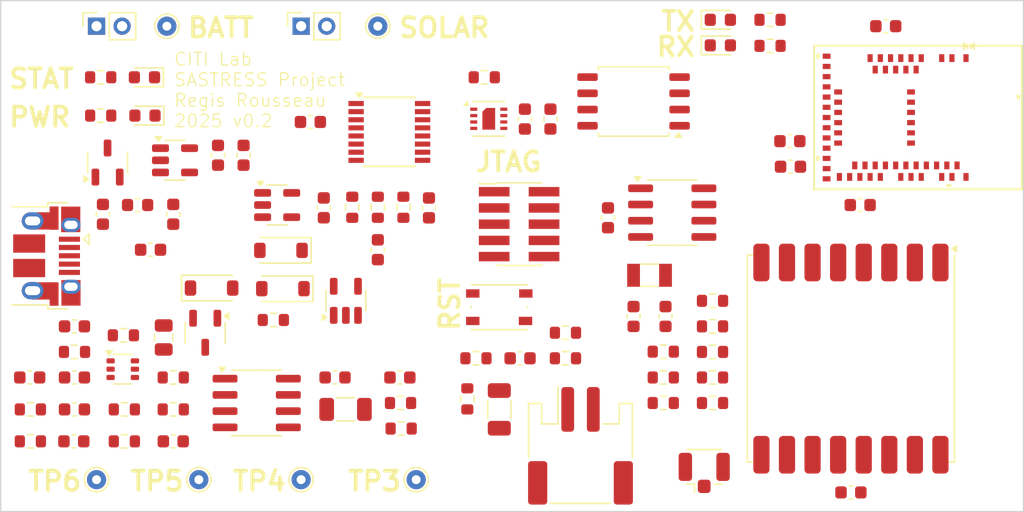
<source format=kicad_pcb>
(kicad_pcb (version 20240108) (generator "pcbnew") (generator_version "8.0")
  (title_block (title "MBDT50Q-LoRa-Board") (date "2025-02-24") (rev "v0.2") (company "CITI Lab") (comment 1 "Sastress Project") (comment 2 "Regis Rousseau"))
  (layers (0 "F.Cu" signal) (31 "B.Cu" signal) (34 "B.Paste" user) (35 "F.Paste" user) (36 "B.SilkS" user "B.Silkscreen") (37 "F.SilkS" user "F.Silkscreen") (38 "B.Mask" user) (39 "F.Mask" user) (44 "Edge.Cuts" user))
  (net 0 "")
  (net 1 "Net-(J1-Shield)")
  (net 2 "GND")
  (net 3 "VDD_IN")
  (net 4 "Net-(J1-VBUS)")
  (net 5 "Net-(C4-Pad1)")
  (net 6 "+3V3")
  (net 7 "/MDBT50Q-1MV2 (nRF52840)/ADC_VBAT")
  (net 8 "+BATT")
  (net 9 "Net-(J4-Pin_1)")
  (net 10 "Net-(J4-Pin_2)")
  (net 11 "Net-(C10-Pad2)")
  (net 12 "Net-(C11-Pad2)")
  (net 13 "Net-(U4A--)")
  (net 14 "Net-(C12-Pad2)")
  (net 15 "Net-(C13-Pad1)")
  (net 16 "Net-(C14-Pad1)")
  (net 17 "Net-(C15-Pad1)")
  (net 18 "Net-(C15-Pad2)")
  (net 19 "Net-(U4B-+)")
  (net 20 "Net-(C17-Pad1)")
  (net 21 "XL2")
  (net 22 "XL1")
  (net 23 "VBUS")
  (net 24 "/MDBT50Q-1MV2 (nRF52840)/USB_N")
  (net 25 "/MDBT50Q-1MV2 (nRF52840)/USB_P")
  (net 26 "NRST")
  (net 29 "Net-(D3-K)")
  (net 30 "Net-(D4-K)")
  (net 31 "VDC")
  (net 32 "Net-(D6-A)")
  (net 33 "Net-(D6-K)")
  (net 34 "Net-(D11-A)")
  (net 35 "Net-(D12-A)")
  (net 37 "Net-(J5-In)")
  (net 39 "SWDIO")
  (net 40 "SWCLK")
  (net 43 "Net-(U3-PROG)")
  (net 44 "Net-(U5-+)")
  (net 45 "Net-(U4B--)")
  (net 46 "/MDBT50Q-1MV2 (nRF52840)/RFM_TX")
  (net 47 "/MDBT50Q-1MV2 (nRF52840)/RFM_RX")
  (net 48 "I2C_SCL")
  (net 49 "I2C_SDA")
  (net 50 "Net-(U9-32KHZ)")
  (net 51 "RTC_INT")
  (net 52 "Net-(U14-USBDP)")
  (net 53 "Net-(U14-USBDM)")
  (net 54 "/Ampliflying and Filtering/ADC_SENS")
  (net 56 "LDO_EN")
  (net 57 "/MDBT50Q-1MV2 (nRF52840)/RFM_IRQ0")
  (net 58 "/MDBT50Q-1MV2 (nRF52840)/RFM_IRQ1")
  (net 59 "/MDBT50Q-1MV2 (nRF52840)/RFM_CLK")
  (net 61 "/MDBT50Q-1MV2 (nRF52840)/RFM_CS")
  (net 62 "/MDBT50Q-1MV2 (nRF52840)/RFM_RST")
  (net 63 "/MDBT50Q-1MV2 (nRF52840)/RFM_MOSI")
  (net 65 "/MDBT50Q-1MV2 (nRF52840)/RFM_MISO")
  (net 67 "/MDBT50Q-1MV2 (nRF52840)/RFM_IRQ2")
  (net 68 "QSPI_CS")
  (net 69 "QSPI_SIO0")
  (net 70 "QSPI_SCLK")
  (net 71 "QSPI_SIO3")
  (net 72 "QPSI_SIO1")
  (net 73 "QSPI_SIO2")
  (net 75 "ALERT_SHT31")
  (net 77 "UART_TX")
  (net 79 "UART_CTS")
  (net 80 "UART_RX")
  (net 82 "UART_RTS")
  (net 89 "/MDBT50Q-1MV2 (nRF52840)/DW_CS")
  (footprint "Connector_PinSocket_2.00mm:PinSocket_1x02_P2.00mm_Vertical" (layer "F.Cu") (at 107.5 62 90)
    (property "Reference" "J2" (hide yes))
    (property "Value" "CONN_BATT" (hide yes))
    (pad "1" thru_hole rect (at 0 0 90) (size 1.35 1.35) (drill 0.8) (layers "*.Cu" "*.Mask") (net 2 "GND"))
    (pad "2" thru_hole oval (at 0 2 90) (size 1.35 1.35) (drill 0.8) (layers "*.Cu" "*.Mask") (net 8 "+BATT"))
  )
  (footprint "Package_TO_SOT_SMD:TSOT-23-5" (layer "F.Cu") (at 113.6375 72.5)
    (property "Reference" "U1" (hide yes))
    (property "Value" "RT9078-33GJ5" (hide yes))
    (pad "1" smd roundrect (at -1.1375 -0.95) (size 1.325 0.6) (layers "F.Cu" "F.Paste" "F.Mask") (net 3 "VDD_IN"))
    (pad "2" smd roundrect (at -1.1375 0) (size 1.325 0.6) (layers "F.Cu" "F.Paste" "F.Mask") (net 2 "GND"))
    (pad "3" smd roundrect (at -1.1375 0.95) (size 1.325 0.6) (layers "F.Cu" "F.Paste" "F.Mask") (net 56 "LDO_EN"))
    (pad "4" smd roundrect (at 1.1375 0.95) (size 1.325 0.6) (layers "F.Cu" "F.Paste" "F.Mask"))
    (pad "5" smd roundrect (at 1.1375 -0.95) (size 1.325 0.6) (layers "F.Cu" "F.Paste" "F.Mask") (net 6 "+3V3"))
  )
  (footprint "Resistor_SMD:R_0603_1608Metric" (layer "F.Cu") (at 144.175 88 180)
    (property "Reference" "R12" (hide yes))
    (property "Value" "7.5k" (hide yes))
    (pad "1" smd roundrect (at -0.825 0 180) (size 0.8 0.95) (layers "F.Cu" "F.Paste" "F.Mask") (net 10 "Net-(J4-Pin_2)"))
    (pad "2" smd roundrect (at 0.825 0 180) (size 0.8 0.95) (layers "F.Cu" "F.Paste" "F.Mask") (net 9 "Net-(J4-Pin_1)"))
  )
  (footprint "Capacitor_SMD:C_0603_1608Metric" (layer "F.Cu") (at 105.725 94.5)
    (property "Reference" "C16" (hide yes))
    (property "Value" "10n" (hide yes))
    (pad "1" smd roundrect (at -0.775 0) (size 0.9 0.95) (layers "F.Cu" "F.Paste" "F.Mask") (net 19 "Net-(U4B-+)"))
    (pad "2" smd roundrect (at 0.775 0) (size 0.9 0.95) (layers "F.Cu" "F.Paste" "F.Mask") (net 2 "GND"))
  )
  (footprint "Resistor_SMD:R_0603_1608Metric" (layer "F.Cu") (at 102.325 92)
    (property "Reference" "R19" (hide yes))
    (property "Value" "68k" (hide yes))
    (pad "1" smd roundrect (at -0.825 0) (size 0.8 0.95) (layers "F.Cu" "F.Paste" "F.Mask") (net 17 "Net-(C15-Pad1)"))
    (pad "2" smd roundrect (at 0.825 0) (size 0.8 0.95) (layers "F.Cu" "F.Paste" "F.Mask") (net 16 "Net-(C14-Pad1)"))
  )
  (footprint "Resistor_SMD:R_0603_1608Metric" (layer "F.Cu") (at 109.6 86.2 180)
    (property "Reference" "R1" (hide yes))
    (property "Value" "100K" (hide yes))
    (pad "1" smd roundrect (at -0.825 0 180) (size 0.8 0.95) (layers "F.Cu" "F.Paste" "F.Mask") (net 23 "VBUS"))
    (pad "2" smd roundrect (at 0.825 0 180) (size 0.8 0.95) (layers "F.Cu" "F.Paste" "F.Mask") (net 2 "GND"))
  )
  (footprint "Resistor_SMD:R_0603_1608Metric" (layer "F.Cu") (at 102.325 94.5)
    (property "Reference" "R23" (hide yes))
    (property "Value" "4.7k" (hide yes))
    (pad "1" smd roundrect (at -0.825 0) (size 0.8 0.95) (layers "F.Cu" "F.Paste" "F.Mask") (net 45 "Net-(U4B--)"))
    (pad "2" smd roundrect (at 0.825 0) (size 0.8 0.95) (layers "F.Cu" "F.Paste" "F.Mask") (net 20 "Net-(C17-Pad1)"))
  )
  (footprint "TestPoint:TestPoint_THTPad_D1.5mm_Drill0.7mm" (layer "F.Cu") (at 115.5 97.5 -90)
    (property "Reference" "TP5" (hide yes))
    (property "Value" "TestPoint" (hide yes))
    (pad "1" thru_hole circle (at 0 0 270) (size 1.5 1.5) (drill 0.7) (layers "*.Cu" "*.Mask") (net 16 "Net-(C14-Pad1)"))
  )
  (footprint "Capacitor_SMD:C_0603_1608Metric" (layer "F.Cu") (at 126.155 89.5)
    (property "Reference" "C15" (hide yes))
    (property "Value" "10n" (hide yes))
    (pad "1" smd roundrect (at -0.775 0) (size 0.9 0.95) (layers "F.Cu" "F.Paste" "F.Mask") (net 17 "Net-(C15-Pad1)"))
    (pad "2" smd roundrect (at 0.775 0) (size 0.9 0.95) (layers "F.Cu" "F.Paste" "F.Mask") (net 18 "Net-(C15-Pad2)"))
  )
  (footprint "Capacitor_SMD:C_0603_1608Metric" (layer "F.Cu") (at 119 72.105 -90)
    (property "Reference" "C6" (hide yes))
    (property "Value" "100nF" (hide yes))
    (pad "1" smd roundrect (at -0.775 0 270) (size 0.9 0.95) (layers "F.Cu" "F.Paste" "F.Mask") (net 6 "+3V3"))
    (pad "2" smd roundrect (at 0.775 0 270) (size 0.9 0.95) (layers "F.Cu" "F.Paste" "F.Mask") (net 2 "GND"))
  )
  (footprint "Capacitor_SMD:C_0603_1608Metric" (layer "F.Cu") (at 149.5 84.725 -90)
    (property "Reference" "C21" (hide yes))
    (property "Value" "12pF" (hide yes))
    (pad "1" smd roundrect (at -0.775 0 270) (size 0.9 0.95) (layers "F.Cu" "F.Paste" "F.Mask") (net 22 "XL1"))
    (pad "2" smd roundrect (at 0.775 0 270) (size 0.9 0.95) (layers "F.Cu" "F.Paste" "F.Mask") (net 2 "GND"))
  )
  (footprint "Capacitor_SMD:C_0603_1608Metric" (layer "F.Cu") (at 147.5 77 -90)
    (property "Reference" "C35" (hide yes))
    (property "Value" "100nF" (hide yes))
    (pad "1" smd roundrect (at -0.775 0 270) (size 0.9 0.95) (layers "F.Cu" "F.Paste" "F.Mask") (net 6 "+3V3"))
    (pad "2" smd roundrect (at 0.775 0 270) (size 0.9 0.95) (layers "F.Cu" "F.Paste" "F.Mask") (net 2 "GND"))
  )
  (footprint "Capacitor_SMD:C_0603_1608Metric" (layer "F.Cu") (at 166.5 98.5 180)
    (property "Reference" "C19" (hide yes))
    (property "Value" "100nF" (hide yes))
    (pad "1" smd roundrect (at -0.775 0 180) (size 0.9 0.95) (layers "F.Cu" "F.Paste" "F.Mask") (net 6 "+3V3"))
    (pad "2" smd roundrect (at 0.775 0 180) (size 0.9 0.95) (layers "F.Cu" "F.Paste" "F.Mask") (net 2 "GND"))
  )
  (footprint "Resistor_SMD:R_0603_1608Metric" (layer "F.Cu") (at 144.175 86 180)
    (property "Reference" "R11" (hide yes))
    (property "Value" "220k" (hide yes))
    (pad "1" smd roundrect (at -0.825 0 180) (size 0.8 0.95) (layers "F.Cu" "F.Paste" "F.Mask") (net 6 "+3V3"))
    (pad "2" smd roundrect (at 0.825 0 180) (size 0.8 0.95) (layers "F.Cu" "F.Paste" "F.Mask") (net 9 "Net-(J4-Pin_1)"))
  )
  (footprint "Resistor_SMD:R_0603_1608Metric" (layer "F.Cu") (at 155.675 83.5)
    (property "Reference" "R5" (hide yes))
    (property "Value" "3M6" (hide yes))
    (pad "1" smd roundrect (at -0.825 0) (size 0.8 0.95) (layers "F.Cu" "F.Paste" "F.Mask") (net 7 "/MDBT50Q-1MV2 (nRF52840)/ADC_VBAT"))
    (pad "2" smd roundrect (at 0.825 0) (size 0.8 0.95) (layers "F.Cu" "F.Paste" "F.Mask") (net 2 "GND"))
  )
  (footprint "Capacitor_SMD:C_0603_1608Metric" (layer "F.Cu") (at 113.5 76.725 -90)
    (property "Reference" "C4" (hide yes))
    (property "Value" "100nF" (hide yes))
    (pad "1" smd roundrect (at -0.775 0 270) (size 0.9 0.95) (layers "F.Cu" "F.Paste" "F.Mask") (net 5 "Net-(C4-Pad1)"))
    (pad "2" smd roundrect (at 0.775 0 270) (size 0.9 0.95) (layers "F.Cu" "F.Paste" "F.Mask") (net 2 "GND"))
  )
  (footprint "Resistor_SMD:R_0603_1608Metric" (layer "F.Cu") (at 137.175 88)
    (property "Reference" "R14" (hide yes))
    (property "Value" "10k" (hide yes))
    (pad "1" smd roundrect (at -0.825 0) (size 0.8 0.95) (layers "F.Cu" "F.Paste" "F.Mask") (net 11 "Net-(C10-Pad2)"))
    (pad "2" smd roundrect (at 0.825 0) (size 0.8 0.95) (layers "F.Cu" "F.Paste" "F.Mask") (net 13 "Net-(U4A--)"))
  )
  (footprint "Fuse:Fuse_0805_2012Metric" (layer "F.Cu") (at 112.755 86.37 -90)
    (property "Reference" "F1" (hide yes))
    (property "Value" "750mA" (hide yes))
    (pad "1" smd roundrect (at -0.9375 0 270) (size 0.975 1.4) (layers "F.Cu" "F.Paste" "F.Mask") (net 5 "Net-(C4-Pad1)"))
    (pad "2" smd roundrect (at 0.9375 0 270) (size 0.975 1.4) (layers "F.Cu" "F.Paste" "F.Mask") (net 23 "VBUS"))
  )
  (footprint "Button_Switch_SMD:SW_Push_1P1T_NO_Vertical_Wuerth_434133025816" (layer "F.Cu") (at 139 84)
    (property "Reference" "SW1" (hide yes))
    (property "Value" "RESET" (hide yes))
    (pad "1" smd rect (at -2.075 -1.075) (size 1.05 0.65) (layers "F.Cu" "F.Paste" "F.Mask") (net 2 "GND"))
    (pad "1" smd rect (at 2.075 -1.075) (size 1.05 0.65) (layers "F.Cu" "F.Paste" "F.Mask") (net 2 "GND"))
    (pad "2" smd rect (at -2.075 1.075) (size 1.05 0.65) (layers "F.Cu" "F.Paste" "F.Mask") (net 26 "NRST"))
    (pad "2" smd rect (at 2.05 1.075) (size 1.05 0.65) (layers "F.Cu" "F.Paste" "F.Mask") (net 26 "NRST"))
  )
  (footprint "Capacitor_SMD:C_0603_1608Metric" (layer "F.Cu") (at 105.775 92)
    (property "Reference" "C17" (hide yes))
    (property "Value" "2.2u" (hide yes))
    (pad "1" smd roundrect (at -0.775 0) (size 0.9 0.95) (layers "F.Cu" "F.Paste" "F.Mask") (net 20 "Net-(C17-Pad1)"))
    (pad "2" smd roundrect (at 0.775 0) (size 0.9 0.95) (layers "F.Cu" "F.Paste" "F.Mask") (net 2 "GND"))
  )
  (footprint "Diode_SMD:D_SOD-123" (layer "F.Cu") (at 122.075 82.55 180)
    (property "Reference" "D4" (hide yes))
    (property "Value" "B5819W" (hide yes))
    (pad "1" smd roundrect (at -1.65 0 180) (size 0.9 1.2) (layers "F.Cu" "F.Paste" "F.Mask") (net 30 "Net-(D4-K)"))
    (pad "2" smd roundrect (at 1.65 0 180) (size 0.9 1.2) (layers "F.Cu" "F.Paste" "F.Mask") (net 23 "VBUS"))
  )
  (footprint "Resistor_SMD:R_0603_1608Metric" (layer "F.Cu") (at 155.675 91.5)
    (property "Reference" "R32" (hide yes))
    (property "Value" "2.5k" (hide yes))
    (pad "1" smd roundrect (at -0.825 0) (size 0.8 0.95) (layers "F.Cu" "F.Paste" "F.Mask") (net 48 "I2C_SCL"))
    (pad "2" smd roundrect (at 0.825 0) (size 0.8 0.95) (layers "F.Cu" "F.Paste" "F.Mask") (net 6 "+3V3"))
  )
  (footprint "Package_TO_SOT_SMD:SOT-23-5" (layer "F.Cu") (at 127 83.5 90)
    (property "Reference" "U5" (hide yes))
    (property "Value" "LMV321" (hide yes))
    (pad "1" smd roundrect (at -1.1375 -0.95 90) (size 1.325 0.6) (layers "F.Cu" "F.Paste" "F.Mask") (net 44 "Net-(U5-+)"))
    (pad "2" smd roundrect (at -1.1375 0 90) (size 1.325 0.6) (layers "F.Cu" "F.Paste" "F.Mask") (net 2 "GND"))
    (pad "3" smd roundrect (at -1.1375 0.95 90) (size 1.325 0.6) (layers "F.Cu" "F.Paste" "F.Mask") (net 54 "/Ampliflying and Filtering/ADC_SENS"))
    (pad "4" smd roundrect (at 1.1375 0.95 90) (size 1.325 0.6) (layers "F.Cu" "F.Paste" "F.Mask") (net 54 "/Ampliflying and Filtering/ADC_SENS"))
    (pad "5" smd roundrect (at 1.1375 -0.95 90) (size 1.325 0.6) (layers "F.Cu" "F.Paste" "F.Mask") (net 6 "+3V3"))
  )
  (footprint "Resistor_SMD:R_0603_1608Metric" (layer "F.Cu") (at 109.675 92)
    (property "Reference" "R22" (hide yes))
    (property "Value" "4.7k" (hide yes))
    (pad "1" smd roundrect (at -0.825 0) (size 0.8 0.95) (layers "F.Cu" "F.Paste" "F.Mask") (net 18 "Net-(C15-Pad2)"))
    (pad "2" smd roundrect (at 0.825 0) (size 0.8 0.95) (layers "F.Cu" "F.Paste" "F.Mask") (net 45 "Net-(U4B--)"))
  )
  (footprint "Resistor_SMD:R_0603_1608Metric" (layer "F.Cu") (at 136.5 91.175 -90)
    (property "Reference" "R13" (hide yes))
    (property "Value" "220k" (hide yes))
    (pad "1" smd roundrect (at -0.825 0 270) (size 0.8 0.95) (layers "F.Cu" "F.Paste" "F.Mask") (net 9 "Net-(J4-Pin_1)"))
    (pad "2" smd roundrect (at 0.825 0 270) (size 0.8 0.95) (layers "F.Cu" "F.Paste" "F.Mask") (net 2 "GND"))
  )
  (footprint "Capacitor_SMD:C_0603_1608Metric" (layer "F.Cu") (at 141 69.27 90)
    (property "Reference" "C34" (hide yes))
    (property "Value" "100nF" (hide yes))
    (pad "1" smd roundrect (at -0.775 0 90) (size 0.9 0.95) (layers "F.Cu" "F.Paste" "F.Mask") (net 6 "+3V3"))
    (pad "2" smd roundrect (at 0.775 0 90) (size 0.9 0.95) (layers "F.Cu" "F.Paste" "F.Mask") (net 2 "GND"))
  )
  (footprint "Connector_JST:JST_PH_S2B-PH-SM4-TB_1x02-1MP_P2.00mm_Horizontal" (layer "F.Cu") (at 145.35 94.85)
    (property "Reference" "J4" (hide yes))
    (property "Value" "Conn_01x02" (hide yes))
    (pad "1" smd roundrect (at -1 -2.85) (size 1 3.5) (layers "F.Cu" "F.Paste" "F.Mask") (net 9 "Net-(J4-Pin_1)"))
    (pad "2" smd roundrect (at 1 -2.85) (size 1 3.5) (layers "F.Cu" "F.Paste" "F.Mask") (net 10 "Net-(J4-Pin_2)"))
    (pad "MP" smd roundrect (at -3.35 2.9) (size 1.5 3.4) (layers "F.Cu" "F.Paste" "F.Mask") (roundrect_rratio 0.166667))
    (pad "MP" smd roundrect (at 3.35 2.9) (size 1.5 3.4) (layers "F.Cu" "F.Paste" "F.Mask") (roundrect_rratio 0.166667))
  )
  (footprint "Connector_PinSocket_2.00mm:PinSocket_1x02_P2.00mm_Vertical" (layer "F.Cu") (at 123.5 62 90)
    (property "Reference" "J3" (hide yes))
    (property "Value" "CONN_SP" (hide yes))
    (pad "1" thru_hole rect (at 0 0 90) (size 1.35 1.35) (drill 0.8) (layers "*.Cu" "*.Mask") (net 2 "GND"))
    (pad "2" thru_hole oval (at 0 2 90) (size 1.35 1.35) (drill 0.8) (layers "*.Cu" "*.Mask") (net 31 "VDC"))
  )
  (footprint "Resistor_SMD:R_0603_1608Metric" (layer "F.Cu") (at 129.5 76.175 90)
    (property "Reference" "R40" (hide yes))
    (property "Value" "27" (hide yes))
    (pad "1" smd roundrect (at -0.825 0 90) (size 0.8 0.95) (layers "F.Cu" "F.Paste" "F.Mask") (net 25 "/MDBT50Q-1MV2 (nRF52840)/USB_P"))
    (pad "2" smd roundrect (at 0.825 0 90) (size 0.8 0.95) (layers "F.Cu" "F.Paste" "F.Mask") (net 52 "Net-(U14-USBDP)"))
  )
  (footprint "TestPoint:TestPoint_THTPad_D1.5mm_Drill0.7mm" (layer "F.Cu") (at 123.5 97.5 -90)
    (property "Reference" "TP4" (hide yes))
    (property "Value" "TestPoint" (hide yes))
    (pad "1" thru_hole circle (at 0 0 270) (size 1.5 1.5) (drill 0.7) (layers "*.Cu" "*.Mask") (net 14 "Net-(C12-Pad2)"))
  )
  (footprint "Capacitor_SMD:C_0603_1608Metric" (layer "F.Cu") (at 125.275 76.22 90)
    (property "Reference" "C8" (hide yes))
    (property "Value" "4.7uF" (hide yes))
    (pad "1" smd roundrect (at -0.775 0 90) (size 0.9 0.95) (layers "F.Cu" "F.Paste" "F.Mask") (net 8 "+BATT"))
    (pad "2" smd roundrect (at 0.775 0 90) (size 0.9 0.95) (layers "F.Cu" "F.Paste" "F.Mask") (net 2 "GND"))
  )
  (footprint "Resistor_SMD:R_0603_1608Metric" (layer "F.Cu") (at 127.5 76.175 -90)
    (property "Reference" "R6" (hide yes))
    (property "Value" "5K1" (hide yes))
    (pad "1" smd roundrect (at -0.825 0 270) (size 0.8 0.95) (layers "F.Cu" "F.Paste" "F.Mask") (net 43 "Net-(U3-PROG)"))
    (pad "2" smd roundrect (at 0.825 0 270) (size 0.8 0.95) (layers "F.Cu" "F.Paste" "F.Mask") (net 2 "GND"))
  )
  (footprint "Resistor_SMD:R_0603_1608Metric" (layer "F.Cu") (at 151.825 87.48)
    (property "Reference" "R35" (hide yes))
    (property "Value" "10k" (hide yes))
    (pad "1" smd roundrect (at -0.825 0) (size 0.8 0.95) (layers "F.Cu" "F.Paste" "F.Mask") (net 6 "+3V3"))
    (pad "2" smd roundrect (at 0.825 0) (size 0.8 0.95) (layers "F.Cu" "F.Paste" "F.Mask") (net 49 "I2C_SDA"))
  )
  (footprint "Connector_Coaxial:U.FL_Hirose_U.FL-R-SMT-1_Vertical" (layer "F.Cu") (at 155.025 96.975 90)
    (property "Reference" "J5" (hide yes))
    (property "Value" "Conn_Coaxial" (hide yes))
    (pad "1" smd roundrect (at -1.05 0 90) (size 1.05 1) (layers "F.Cu" "F.Paste" "F.Mask") (net 37 "Net-(J5-In)"))
    (pad "2" smd roundrect (at 0.475 -1.475 90) (size 2.2 1.05) (layers "F.Cu" "F.Paste" "F.Mask") (roundrect_rratio 0.2380952381) (net 2 "GND"))
    (pad "2" smd roundrect (at 0.475 1.475 90) (size 2.2 1.05) (layers "F.Cu" "F.Paste" "F.Mask") (roundrect_rratio 0.2380952381) (net 2 "GND"))
  )
  (footprint "Capacitor_SMD:C_0603_1608Metric" (layer "F.Cu") (at 117 72.105 -90)
    (property "Reference" "C5" (hide yes))
    (property "Value" "4.7uF" (hide yes))
    (pad "1" smd roundrect (at -0.775 0 270) (size 0.9 0.95) (layers "F.Cu" "F.Paste" "F.Mask") (net 6 "+3V3"))
    (pad "2" smd roundrect (at 0.775 0 270) (size 0.9 0.95) (layers "F.Cu" "F.Paste" "F.Mask") (net 2 "GND"))
  )
  (footprint "Capacitor_SMD:C_0603_1608Metric" (layer "F.Cu") (at 167.225 76 180)
    (property "Reference" "C32" (hide yes))
    (property "Value" "100nF" (hide yes))
    (pad "1" smd roundrect (at -0.775 0 180) (size 0.9 0.95) (layers "F.Cu" "F.Paste" "F.Mask") (net 26 "NRST"))
    (pad "2" smd roundrect (at 0.775 0 180) (size 0.9 0.95) (layers "F.Cu" "F.Paste" "F.Mask") (net 2 "GND"))
  )
  (footprint "Resistor_SMD:R_0603_1608Metric" (layer "F.Cu") (at 107.825 69 180)
    (property "Reference" "R3" (hide yes))
    (property "Value" "1K5" (hide yes))
    (pad "1" smd roundrect (at -0.825 0 180) (size 0.8 0.95) (layers "F.Cu" "F.Paste" "F.Mask") (net 29 "Net-(D3-K)"))
    (pad "2" smd roundrect (at 0.825 0 180) (size 0.8 0.95) (layers "F.Cu" "F.Paste" "F.Mask") (net 2 "GND"))
  )
  (footprint "Resistor_SMD:R_0603_1608Metric" (layer "F.Cu") (at 131.325 93.5)
    (property "Reference" "R16" (hide yes))
    (property "Value" "220k" (hide yes))
    (pad "1" smd roundrect (at -0.825 0) (size 0.8 0.95) (layers "F.Cu" "F.Paste" "F.Mask") (net 15 "Net-(C13-Pad1)"))
    (pad "2" smd roundrect (at 0.825 0) (size 0.8 0.95) (layers "F.Cu" "F.Paste" "F.Mask") (net 9 "Net-(J4-Pin_1)"))
  )
  (footprint "Package_SO:SOIC-8_3.9x4.9mm_P1.27mm" (layer "F.Cu") (at 120.025 91.5)
    (property "Reference" "U4" (hide yes))
    (property "Value" "LMV358" (hide yes))
    (pad "1" smd roundrect (at -2.475 -1.905) (size 1.95 0.6) (layers "F.Cu" "F.Paste" "F.Mask") (net 12 "Net-(C11-Pad2)"))
    (pad "2" smd roundrect (at -2.475 -0.635) (size 1.95 0.6) (layers "F.Cu" "F.Paste" "F.Mask") (net 13 "Net-(U4A--)"))
    (pad "3" smd roundrect (at -2.475 0.635) (size 1.95 0.6) (layers "F.Cu" "F.Paste" "F.Mask") (net 9 "Net-(J4-Pin_1)"))
    (pad "4" smd roundrect (at -2.475 1.905) (size 1.95 0.6) (layers "F.Cu" "F.Paste" "F.Mask") (net 2 "GND"))
    (pad "5" smd roundrect (at 2.475 1.905) (size 1.95 0.6) (layers "F.Cu" "F.Paste" "F.Mask") (net 19 "Net-(U4B-+)"))
    (pad "6" smd roundrect (at 2.475 0.635) (size 1.95 0.6) (layers "F.Cu" "F.Paste" "F.Mask") (net 45 "Net-(U4B--)"))
    (pad "7" smd roundrect (at 2.475 -0.635) (size 1.95 0.6) (layers "F.Cu" "F.Paste" "F.Mask") (net 44 "Net-(U5-+)"))
    (pad "8" smd roundrect (at 2.475 -1.905) (size 1.95 0.6) (layers "F.Cu" "F.Paste" "F.Mask") (net 6 "+3V3"))
  )
  (footprint "Resistor_SMD:R_0603_1608Metric" (layer "F.Cu") (at 121.325 85)
    (property "Reference" "R21" (hide yes))
    (property "Value" "100k" (hide yes))
    (pad "1" smd roundrect (at -0.825 0) (size 0.8 0.95) (layers "F.Cu" "F.Paste" "F.Mask") (net 44 "Net-(U5-+)"))
    (pad "2" smd roundrect (at 0.825 0) (size 0.8 0.95) (layers "F.Cu" "F.Paste" "F.Mask") (net 18 "Net-(C15-Pad2)"))
  )
  (footprint "Diode_SMD:D_SOD-123" (layer "F.Cu") (at 116.5 82.5)
    (property "Reference" "D1" (hide yes))
    (property "Value" "B5819W" (hide yes))
    (pad "1" smd roundrect (at -1.65 0) (size 0.9 1.2) (layers "F.Cu" "F.Paste" "F.Mask") (net 3 "VDD_IN"))
    (pad "2" smd roundrect (at 1.65 0) (size 0.9 1.2) (layers "F.Cu" "F.Paste" "F.Mask") (net 23 "VBUS"))
  )
  (footprint "Resistor_SMD:R_0603_1608Metric" (layer "F.Cu") (at 155.675 85.5)
    (property "Reference" "R4" (hide yes))
    (property "Value" "1M" (hide yes))
    (pad "1" smd roundrect (at -0.825 0) (size 0.8 0.95) (layers "F.Cu" "F.Paste" "F.Mask") (net 8 "+BATT"))
    (pad "2" smd roundrect (at 0.825 0) (size 0.8 0.95) (layers "F.Cu" "F.Paste" "F.Mask") (net 7 "/MDBT50Q-1MV2 (nRF52840)/ADC_VBAT"))
  )
  (footprint "Capacitor_SMD:C_1206_3216Metric" (layer "F.Cu") (at 139 92 -90)
    (property "Reference" "C9" (hide yes))
    (property "Value" "100u" (hide yes))
    (pad "1" smd roundrect (at -1.475 0 270) (size 1.15 1.8) (layers "F.Cu" "F.Paste" "F.Mask") (roundrect_rratio 0.217391) (net 9 "Net-(J4-Pin_1)"))
    (pad "2" smd roundrect (at 1.475 0 270) (size 1.15 1.8) (layers "F.Cu" "F.Paste" "F.Mask") (roundrect_rratio 0.217391) (net 2 "GND"))
  )
  (footprint "Capacitor_SMD:C_0603_1608Metric" (layer "F.Cu") (at 161.725 71 180)
    (property "Reference" "C27" (hide yes))
    (property "Value" "10uF" (hide yes))
    (pad "1" smd roundrect (at -0.775 0 180) (size 0.9 0.95) (layers "F.Cu" "F.Paste" "F.Mask") (net 6 "+3V3"))
    (pad "2" smd roundrect (at 0.775 0 180) (size 0.9 0.95) (layers "F.Cu" "F.Paste" "F.Mask") (net 2 "GND"))
  )
  (footprint "Capacitor_SMD:C_0603_1608Metric" (layer "F.Cu") (at 140.625 88 180)
    (property "Reference" "C10" (hide yes))
    (property "Value" "2.2u" (hide yes))
    (pad "1" smd roundrect (at -0.775 0 180) (size 0.9 0.95) (layers "F.Cu" "F.Paste" "F.Mask") (net 10 "Net-(J4-Pin_2)"))
    (pad "2" smd roundrect (at 0.775 0 180) (size 0.9 0.95) (layers "F.Cu" "F.Paste" "F.Mask") (net 11 "Net-(C10-Pad2)"))
  )
  (footprint "Capacitor_SMD:C_1206_3216Metric" (layer "F.Cu") (at 126.975 92 180)
    (property "Reference" "C12" (hide yes))
    (property "Value" "47u" (hide yes))
    (pad "1" smd roundrect (at -1.475 0 180) (size 1.15 1.8) (layers "F.Cu" "F.Paste" "F.Mask") (roundrect_rratio 0.217391) (net 12 "Net-(C11-Pad2)"))
    (pad "2" smd roundrect (at 1.475 0 180) (size 1.15 1.8) (layers "F.Cu" "F.Paste" "F.Mask") (roundrect_rratio 0.217391) (net 14 "Net-(C12-Pad2)"))
  )
  (footprint "Resistor_SMD:R_0603_1608Metric" (layer "F.Cu") (at 160.175 63.54)
    (property "Reference" "R29" (hide yes))
    (property "Value" "1K5" (hide yes))
    (pad "1" smd roundrect (at -0.825 0) (size 0.8 0.95) (layers "F.Cu" "F.Paste" "F.Mask") (net 47 "/MDBT50Q-1MV2 (nRF52840)/RFM_RX"))
    (pad "2" smd roundrect (at 0.825 0) (size 0.8 0.95) (layers "F.Cu" "F.Paste" "F.Mask") (net 35 "Net-(D12-A)"))
  )
  (footprint "Package_SO:SSOP-16_3.9x4.9mm_P0.635mm" (layer "F.Cu") (at 130.4 70.2775)
    (property "Reference" "U14" (hide yes))
    (property "Value" "FT230XS" (hide yes))
    (pad "1" smd rect (at -2.6 -2.2225) (size 1.2 0.4) (layers "F.Cu" "F.Paste" "F.Mask") (net 77 "UART_TX"))
    (pad "2" smd rect (at -2.6 -1.5875) (size 1.2 0.4) (layers "F.Cu" "F.Paste" "F.Mask") (net 79 "UART_CTS"))
    (pad "3" smd rect (at -2.6 -0.9525) (size 1.2 0.4) (layers "F.Cu" "F.Paste" "F.Mask") (net 6 "+3V3"))
    (pad "4" smd rect (at -2.6 -0.3175) (size 1.2 0.4) (layers "F.Cu" "F.Paste" "F.Mask") (net 80 "UART_RX"))
    (pad "5" smd rect (at -2.6 0.3175) (size 1.2 0.4) (layers "F.Cu" "F.Paste" "F.Mask") (net 2 "GND"))
    (pad "6" smd rect (at -2.6 0.9525) (size 1.2 0.4) (layers "F.Cu" "F.Paste" "F.Mask") (net 82 "UART_RTS"))
    (pad "7" smd rect (at -2.6 1.5875) (size 1.2 0.4) (layers "F.Cu" "F.Paste" "F.Mask"))
    (pad "8" smd rect (at -2.6 2.2225) (size 1.2 0.4) (layers "F.Cu" "F.Paste" "F.Mask") (net 52 "Net-(U14-USBDP)"))
    (pad "9" smd rect (at 2.6 2.2225) (size 1.2 0.4) (layers "F.Cu" "F.Paste" "F.Mask") (net 53 "Net-(U14-USBDM)"))
    (pad "10" smd rect (at 2.6 1.5875) (size 1.2 0.4) (layers "F.Cu" "F.Paste" "F.Mask") (net 6 "+3V3"))
    (pad "11" smd rect (at 2.6 0.9525) (size 1.2 0.4) (layers "F.Cu" "F.Paste" "F.Mask") (net 6 "+3V3"))
    (pad "12" smd rect (at 2.6 0.3175) (size 1.2 0.4) (layers "F.Cu" "F.Paste" "F.Mask") (net 6 "+3V3"))
    (pad "13" smd rect (at 2.6 -0.3175) (size 1.2 0.4) (layers "F.Cu" "F.Paste" "F.Mask") (net 2 "GND"))
    (pad "14" smd rect (at 2.6 -0.9525) (size 1.2 0.4) (layers "F.Cu" "F.Paste" "F.Mask"))
    (pad "15" smd rect (at 2.6 -1.5875) (size 1.2 0.4) (layers "F.Cu" "F.Paste" "F.Mask"))
    (pad "16" smd rect (at 2.6 -2.2225) (size 1.2 0.4) (layers "F.Cu" "F.Paste" "F.Mask"))
  )
  (footprint "Resistor_SMD:R_0603_1608Metric" (layer "F.Cu") (at 113.5 92)
    (property "Reference" "R18" (hide yes))
    (property "Value" "6.8k" (hide yes))
    (pad "1" smd roundrect (at -0.825 0) (size 0.8 0.95) (layers "F.Cu" "F.Paste" "F.Mask") (net 16 "Net-(C14-Pad1)"))
    (pad "2" smd roundrect (at 0.825 0) (size 0.8 0.95) (layers "F.Cu" "F.Paste" "F.Mask") (net 14 "Net-(C12-Pad2)"))
  )
  (footprint "Capacitor_SMD:C_0603_1608Metric" (layer "F.Cu") (at 108 76.725 -90)
    (property "Reference" "C3" (hide yes))
    (property "Value" "10nF" (hide yes))
    (pad "1" smd roundrect (at -0.775 0 270) (size 0.9 0.95) (layers "F.Cu" "F.Paste" "F.Mask") (net 4 "Net-(J1-VBUS)"))
    (pad "2" smd roundrect (at 0.775 0 270) (size 0.9 0.95) (layers "F.Cu" "F.Paste" "F.Mask") (net 2 "GND"))
  )
  (footprint "Resistor_SMD:R_0603_1608Metric" (layer "F.Cu") (at 155.675 89.5)
    (property "Reference" "R31" (hide yes))
    (property "Value" "10k" (hide yes))
    (pad "1" smd roundrect (at -0.825 0) (size 0.8 0.95) (layers "F.Cu" "F.Paste" "F.Mask") (net 26 "NRST"))
    (pad "2" smd roundrect (at 0.825 0) (size 0.8 0.95) (layers "F.Cu" "F.Paste" "F.Mask") (net 6 "+3V3"))
  )
  (footprint "TestPoint:TestPoint_THTPad_D1.5mm_Drill0.7mm" (layer "F.Cu") (at 113 62)
    (property "Reference" "TP1" (hide yes))
    (property "Value" "TestPoint" (hide yes))
    (pad "1" thru_hole circle (at 0 0) (size 1.5 1.5) (drill 0.7) (layers "*.Cu" "*.Mask") (net 8 "+BATT"))
  )
  (footprint "Resistor_SMD:R_0603_1608Metric" (layer "F.Cu") (at 109.675 94.5)
    (property "Reference" "R15" (hide yes))
    (property "Value" "470k" (hide yes))
    (pad "1" smd roundrect (at -0.825 0) (size 0.8 0.95) (layers "F.Cu" "F.Paste" "F.Mask") (net 13 "Net-(U4A--)"))
    (pad "2" smd roundrect (at 0.825 0) (size 0.8 0.95) (layers "F.Cu" "F.Paste" "F.Mask") (net 12 "Net-(C11-Pad2)"))
  )
  (footprint "Resistor_SMD:R_0603_1608Metric" (layer "F.Cu") (at 137.825 66)
    (property "Reference" "R33" (hide yes))
    (property "Value" "2.5k" (hide yes))
    (pad "1" smd roundrect (at -0.825 0) (size 0.8 0.95) (layers "F.Cu" "F.Paste" "F.Mask") (net 49 "I2C_SDA"))
    (pad "2" smd roundrect (at 0.825 0) (size 0.8 0.95) (layers "F.Cu" "F.Paste" "F.Mask") (net 6 "+3V3"))
  )
  (footprint "Resistor_SMD:R_0603_1608Metric" (layer "F.Cu") (at 155.675 87.5)
    (property "Reference" "R34" (hide yes))
    (property "Value" "10k" (hide yes))
    (pad "1" smd roundrect (at -0.825 0) (size 0.8 0.95) (layers "F.Cu" "F.Paste" "F.Mask") (net 50 "Net-(U9-32KHZ)"))
    (pad "2" smd roundrect (at 0.825 0) (size 0.8 0.95) (layers "F.Cu" "F.Paste" "F.Mask") (net 6 "+3V3"))
  )
  (footprint "Crystal:Crystal_SMD_3215-2Pin_3.2x1.5mm" (layer "F.Cu") (at 150.75 81.5)
    (property "Reference" "Y1" (hide yes))
    (property "Value" "Crystal" (hide yes))
    (pad "1" smd rect (at 1.25 0) (size 1 1.8) (layers "F.Cu" "F.Paste" "F.Mask") (net 21 "XL2"))
    (pad "2" smd rect (at -1.25 0) (size 1 1.8) (layers "F.Cu" "F.Paste" "F.Mask") (net 22 "XL1"))
  )
  (footprint "Resistor_SMD:R_0603_1608Metric" (layer "F.Cu") (at 131.275 91.5)
    (property "Reference" "R17" (hide yes))
    (property "Value" "2.2M" (hide yes))
    (pad "1" smd roundrect (at -0.825 0) (size 0.8 0.95) (layers "F.Cu" "F.Paste" "F.Mask") (net 14 "Net-(C12-Pad2)"))
    (pad "2" smd roundrect (at 0.825 0) (size 0.8 0.95) (layers "F.Cu" "F.Paste" "F.Mask") (net 15 "Net-(C13-Pad1)"))
  )
  (footprint "Capacitor_SMD:C_0603_1608Metric" (layer "F.Cu") (at 169.225 62 180)
    (property "Reference" "C7" (hide yes))
    (property "Value" "10nF" (hide yes))
    (pad "1" smd roundrect (at -0.775 0 180) (size 0.9 0.95) (layers "F.Cu" "F.Paste" "F.Mask") (net 7 "/MDBT50Q-1MV2 (nRF52840)/ADC_VBAT"))
    (pad "2" smd roundrect (at 0.775 0 180) (size 0.9 0.95) (layers "F.Cu" "F.Paste" "F.Mask") (net 2 "GND"))
  )
  (footprint "Capacitor_SMD:C_0603_1608Metric" (layer "F.Cu") (at 143 69.27 90)
    (property "Reference" "C33" (hide yes))
    (property "Value" "100nF" (hide yes))
    (pad "1" smd roundrect (at -0.775 0 90) (size 0.9 0.95) (layers "F.Cu" "F.Paste" "F.Mask") (net 6 "+3V3"))
    (pad "2" smd roundrect (at 0.775 0 90) (size 0.9 0.95) (layers "F.Cu" "F.Paste" "F.Mask") (net 2 "GND"))
  )
  (footprint "LED_SMD:LED_0603_1608Metric" (layer "F.Cu") (at 156.2875 63.5)
    (property "Reference" "D12" (hide yes))
    (property "Value" "RX-GREEN" (hide yes))
    (pad "1" smd roundrect (at -0.7875 0) (size 0.875 0.95) (layers "F.Cu" "F.Paste" "F.Mask") (net 2 "GND"))
    (pad "2" smd roundrect (at 0.7875 0) (size 0.875 0.95) (layers "F.Cu" "F.Paste" "F.Mask") (net 35 "Net-(D12-A)"))
  )
  (footprint "Capacitor_SMD:C_0603_1608Metric" (layer "F.Cu") (at 105.775 85.5 180)
    (property "Reference" "C1" (hide yes))
    (property "Value" "10nF" (hide yes))
    (pad "1" smd roundrect (at -0.775 0 180) (size 0.9 0.95) (layers "F.Cu" "F.Paste" "F.Mask") (net 2 "GND"))
    (pad "2" smd roundrect (at 0.775 0 180) (size 0.9 0.95) (layers "F.Cu" "F.Paste" "F.Mask") (net 1 "Net-(J1-Shield)"))
  )
  (footprint "TestPoint:TestPoint_THTPad_D1.5mm_Drill0.7mm" (layer "F.Cu") (at 132.5 97.5 -90)
    (property "Reference" "TP3" (hide yes))
    (property "Value" "TestPoint" (hide yes))
    (pad "1" thru_hole circle (at 0 0 270) (size 1.5 1.5) (drill 0.7) (layers "*.Cu" "*.Mask") (net 12 "Net-(C11-Pad2)"))
  )
  (footprint "Package_TO_SOT_SMD:SOT-23-3" (layer "F.Cu") (at 116 86 -90)
    (property "Reference" "Q1" (hide yes))
    (property "Value" "SI2323DS" (hide yes))
    (pad "1" smd roundrect (at -1.1375 -0.95 270) (size 1.325 0.6) (layers "F.Cu" "F.Paste" "F.Mask") (net 23 "VBUS"))
    (pad "2" smd roundrect (at -1.1375 0.95 270) (size 1.325 0.6) (layers "F.Cu" "F.Paste" "F.Mask") (net 3 "VDD_IN"))
    (pad "3" smd roundrect (at 1.1375 0 270) (size 1.325 0.6) (layers "F.Cu" "F.Paste" "F.Mask") (net 8 "+BATT"))
  )
  (footprint "Capacitor_SMD:C_0603_1608Metric" (layer "F.Cu") (at 133.5 76.225 90)
    (property "Reference" "C25" (hide yes))
    (property "Value" "47pF" (hide yes))
    (pad "1" smd roundrect (at -0.775 0 90) (size 0.9 0.95) (layers "F.Cu" "F.Paste" "F.Mask") (net 2 "GND"))
    (pad "2" smd roundrect (at 0.775 0 90) (size 0.9 0.95) (layers "F.Cu" "F.Paste" "F.Mask") (net 24 "/MDBT50Q-1MV2 (nRF52840)/USB_N"))
  )
  (footprint "Capacitor_SMD:C_0603_1608Metric" (layer "F.Cu") (at 124.225 69.5 180)
    (property "Reference" "C23" (hide yes))
    (property "Value" "100nF" (hide yes))
    (pad "1" smd roundrect (at -0.775 0 180) (size 0.9 0.95) (layers "F.Cu" "F.Paste" "F.Mask") (net 6 "+3V3"))
    (pad "2" smd roundrect (at 0.775 0 180) (size 0.9 0.95) (layers "F.Cu" "F.Paste" "F.Mask") (net 2 "GND"))
  )
  (footprint "LED_SMD:LED_0603_1608Metric" (layer "F.Cu") (at 156.2875 61.5)
    (property "Reference" "D11" (hide yes))
    (property "Value" "TX-GREEN" (hide yes))
    (pad "1" smd roundrect (at -0.7875 0) (size 0.875 0.95) (layers "F.Cu" "F.Paste" "F.Mask") (net 2 "GND"))
    (pad "2" smd roundrect (at 0.7875 0) (size 0.875 0.95) (layers "F.Cu" "F.Paste" "F.Mask") (net 34 "Net-(D11-A)"))
  )
  (footprint "mdbt50q:MDBT50Q-1M_RAY" (layer "F.Cu") (at 171.750001 69.149998 -90)
    (property "Reference" "U6" (hide yes))
    (property "Value" "MDBT50Q-1M" (hide yes))
    (fp_text user "*" (at -5.5898 -3.981 -90) (layer "F.SilkS"))
    (fp_text user "*" (at -5.5898 -3.981 90) (layer "F.SilkS"))
    (pad "1" smd rect (at -4.649998 -3.749999) (size 0.4064 0.6096) (layers "F.Cu" "F.Paste" "F.Mask") (net 2 "GND"))
    (pad "2" smd rect (at -4.649998 -2.65) (size 0.4064 0.6096) (layers "F.Cu" "F.Paste" "F.Mask") (net 2 "GND"))
    (pad "3" smd rect (at -4.649998 -1.849999) (size 0.4064 0.6096) (layers "F.Cu" "F.Paste" "F.Mask"))
    (pad "4" smd rect (at -4.649998 -0.250001) (size 0.4064 0.6096) (layers "F.Cu" "F.Paste" "F.Mask"))
    (pad "5" smd rect (at -3.749998 0.149999) (size 0.4064 0.6096) (layers "F.Cu" "F.Paste" "F.Mask"))
    (pad "6" smd rect (at -4.649998 0.55) (size 0.4064 0.6096) (layers "F.Cu" "F.Paste" "F.Mask"))
    (pad "7" smd rect (at -3.749998 0.95) (size 0.4064 0.6096) (layers "F.Cu" "F.Paste" "F.Mask"))
    (pad "8" smd rect (at -4.649998 1.350001) (size 0.4064 0.6096) (layers "F.Cu" "F.Paste" "F.Mask"))
    (pad "9" smd rect (at -3.749998 1.750001) (size 0.4064 0.6096) (layers "F.Cu" "F.Paste" "F.Mask") (net 7 "/MDBT50Q-1MV2 (nRF52840)/ADC_VBAT"))
    (pad "10" smd rect (at -4.649998 2.149999) (size 0.4064 0.6096) (layers "F.Cu" "F.Paste" "F.Mask"))
    (pad "11" smd rect (at -3.749998 2.549999) (size 0.4064 0.6096) (layers "F.Cu" "F.Paste" "F.Mask") (net 54 "/Ampliflying and Filtering/ADC_SENS"))
    (pad "12" smd rect (at -4.649998 2.95) (size 0.4064 0.6096) (layers "F.Cu" "F.Paste" "F.Mask"))
    (pad "13" smd rect (at -3.749998 3.35) (size 0.4064 0.6096) (layers "F.Cu" "F.Paste" "F.Mask"))
    (pad "14" smd rect (at -4.649998 3.749999) (size 0.4064 0.6096) (layers "F.Cu" "F.Paste" "F.Mask"))
    (pad "15" smd rect (at -4.800001 7.150001 270) (size 0.4064 0.6096) (layers "F.Cu" "F.Paste" "F.Mask") (net 2 "GND"))
    (pad "16" smd rect (at -4 7.150001 270) (size 0.4064 0.6096) (layers "F.Cu" "F.Paste" "F.Mask"))
    (pad "17" smd rect (at -3.199999 7.150001 270) (size 0.4064 0.6096) (layers "F.Cu" "F.Paste" "F.Mask") (net 22 "XL1"))
    (pad "18" smd rect (at -2.4 7.150001 270) (size 0.4064 0.6096) (layers "F.Cu" "F.Paste" "F.Mask") (net 21 "XL2"))
    (pad "19" smd rect (at -2 6.250001 270) (size 0.4064 0.6096) (layers "F.Cu" "F.Paste" "F.Mask"))
    (pad "20" smd rect (at -1.599999 7.150001 270) (size 0.4064 0.6096) (layers "F.Cu" "F.Paste" "F.Mask"))
    (pad "21" smd rect (at -1.199999 6.250001 270) (size 0.4064 0.6096) (layers "F.Cu" "F.Paste" "F.Mask") (net 82 "UART_RTS"))
    (pad "22" smd rect (at -0.800001 7.150001 270) (size 0.4064 0.6096) (layers "F.Cu" "F.Paste" "F.Mask") (net 77 "UART_TX"))
    (pad "23" smd rect (at -0.400001 6.250001 270) (size 0.4064 0.6096) (layers "F.Cu" "F.Paste" "F.Mask") (net 79 "UART_CTS"))
    (pad "24" smd rect (at 0 7.150001 270) (size 0.4064 0.6096) (layers "F.Cu" "F.Paste" "F.Mask") (net 80 "UART_RX"))
    (pad "25" smd rect (at 0.4 6.250001 270) (size 0.4064 0.6096) (layers "F.Cu" "F.Paste" "F.Mask"))
    (pad "26" smd rect (at 0.800001 7.150001 270) (size 0.4064 0.6096) (layers "F.Cu" "F.Paste" "F.Mask"))
    (pad "27" smd rect (at 1.200001 6.250001 270) (size 0.4064 0.6096) (layers "F.Cu" "F.Paste" "F.Mask") (net 75 "ALERT_SHT31"))
    (pad "28" smd rect (at 1.599999 7.150001 270) (size 0.4064 0.6096) (layers "F.Cu" "F.Paste" "F.Mask") (net 6 "+3V3"))
    (pad "29" smd rect (at 1.999999 6.250001 270) (size 0.4064 0.6096) (layers "F.Cu" "F.Paste" "F.Mask") (net 51 "RTC_INT"))
    (pad "30" smd rect (at 2.4 7.150001 270) (size 0.4064 0.6096) (layers "F.Cu" "F.Paste" "F.Mask") (net 6 "+3V3"))
    (pad "31" smd rect (at 3.199999 7.150001 270) (size 0.4064 0.6096) (layers "F.Cu" "F.Paste" "F.Mask"))
    (pad "32" smd rect (at 4 7.150001 270) (size 0.4064 0.6096) (layers "F.Cu" "F.Paste" "F.Mask") (net 23 "VBUS"))
    (pad "33" smd rect (at 4.799998 7.150001 270) (size 0.4064 0.6096) (layers "F.Cu" "F.Paste" "F.Mask") (net 2 "GND"))
    (pad "34" smd rect (at 4.649998 6.149999) (size 0.4064 0.6096) (layers "F.Cu" "F.Paste" "F.Mask") (net 24 "/MDBT50Q-1MV2 (nRF52840)/USB_N"))
    (pad "35" smd rect (at 4.649998 5.349999) (size 0.4064 0.6096) (layers "F.Cu" "F.Paste" "F.Mask") (net 25 "/MDBT50Q-1MV2 (nRF52840)/USB_P"))
    (pad "36" smd rect (at 3.749998 4.949999) (size 0.4064 0.6096) (layers "F.Cu" "F.Paste" "F.Mask") (net 59 "/MDBT50Q-1MV2 (nRF52840)/RFM_CLK"))
    (pad "37" smd rect (at 4.649998 4.549999) (size 0.4064 0.6096) (layers "F.Cu" "F.Paste" "F.Mask") (net 61 "/MDBT50Q-1MV2 (nRF52840)/RFM_CS"))
    (pad "38" smd rect (at 3.749998 4.149999) (size 0.4064 0.6096) (layers "F.Cu" "F.Paste" "F.Mask") (net 63 "/MDBT50Q-1MV2 (nRF52840)/RFM_MOSI"))
    (pad "39" smd rect (at 4.649998 3.75) (size 0.4064 0.6096) (layers "F.Cu" "F.Paste" "F.Mask") (net 65 "/MDBT50Q-1MV2 (nRF52840)/RFM_MISO"))
    (pad "40" smd rect (at 3.749998 3.35) (size 0.4064 0.6096) (layers "F.Cu" "F.Paste" "F.Mask") (net 26 "NRST"))
    (pad "41" smd rect (at 4.649998 2.949999) (size 0.4064 0.6096) (layers "F.Cu" "F.Paste" "F.Mask") (net 62 "/MDBT50Q-1MV2 (nRF52840)/RFM_RST"))
    (pad "42" smd rect (at 3.749998 2.549999) (size 0.4064 0.6096) (layers "F.Cu" "F.Paste" "F.Mask") (net 57 "/MDBT50Q-1MV2 (nRF52840)/RFM_IRQ0"))
    (pad "43" smd rect (at 3.749998 1.750001) (size 0.4064 0.6096) (layers "F.Cu" "F.Paste" "F.Mask") (net 67 "/MDBT50Q-1MV2 (nRF52840)/RFM_IRQ2"))
    (pad "44" smd rect (at 4.649998 1.350001) (size 0.4064 0.6096) (layers "F.Cu" "F.Paste" "F.Mask") (net 58 "/MDBT50Q-1MV2 (nRF52840)/RFM_IRQ1"))
    (pad "45" smd rect (at 3.749998 0.95) (size 0.4064 0.6096) (layers "F.Cu" "F.Paste" "F.Mask") (net 47 "/MDBT50Q-1MV2 (nRF52840)/RFM_RX"))
    (pad "46" smd rect (at 4.649998 0.55) (size 0.4064 0.6096) (layers "F.Cu" "F.Paste" "F.Mask") (net 46 "/MDBT50Q-1MV2 (nRF52840)/RFM_TX"))
    (pad "47" smd rect (at 3.749998 0.149999) (size 0.4064 0.6096) (layers "F.Cu" "F.Paste" "F.Mask"))
    (pad "48" smd rect (at 4.649998 -0.250001) (size 0.4064 0.6096) (layers "F.Cu" "F.Paste" "F.Mask") (net 49 "I2C_SDA"))
    (pad "49" smd rect (at 3.749998 -0.650001) (size 0.4064 0.6096) (layers "F.Cu" "F.Paste" "F.Mask") (net 48 "I2C_SCL"))
    (pad "50" smd rect (at 3.749998 -1.449999) (size 0.4064 0.6096) (layers "F.Cu" "F.Paste" "F.Mask") (net 73 "QSPI_SIO2"))
    (pad "51" smd rect (at 4.649998 -1.849999) (size 0.4064 0.6096) (layers "F.Cu" "F.Paste" "F.Mask") (net 39 "SWDIO"))
    (pad "52" smd rect (at 3.749998 -2.25) (size 0.4064 0.6096) (layers "F.Cu" "F.Paste" "F.Mask"))
    (pad "53" smd rect (at 4.649998 -2.65) (size 0.4064 0.6096) (layers "F.Cu" "F.Paste" "F.Mask") (net 40 "SWCLK"))
    (pad "54" smd rect (at 3.749998 -3.05) (size 0.4064 0.6096) (layers "F.Cu" "F.Paste" "F.Mask"))
    (pad "55" smd rect (at 4.649998 -3.749999) (size 0.4064 0.6096) (layers "F.Cu" "F.Paste" "F.Mask") (net 2 "GND"))
    (pad "56" smd rect (at -2 0.550001 270) (size 0.4064 0.6096) (layers "F.Cu" "F.Paste" "F.Mask") (net 72 "QPSI_SIO1"))
    (pad "57" smd rect (at -1.199999 0.550001 270) (size 0.4064 0.6096) (layers "F.Cu" "F.Paste" "F.Mask") (net 68 "QSPI_CS"))
    (pad "58" smd rect (at -0.400001 0.550001 270) (size 0.4064 0.6096) (layers "F.Cu" "F.Paste" "F.Mask") (net 89 "/MDBT50Q-1MV2 (nRF52840)/DW_CS"))
    (pad "59" smd rect (at 0.4 0.550001 270) (size 0.4064 0.6096) (layers "F.Cu" "F.Paste" "F.Mask") (net 69 "QSPI_SIO0"))
    (pad "60" smd rect (at 1.200001 0.550001 270) (size 0.4064 0.6096) (layers "F.Cu" "F.Paste" "F.Mask") (net 70 "QSPI_SCLK"))
    (pad "61" smd rect (at 1.999999 0.550001 270) (size 0.4064 0.6096) (layers "F.Cu" "F.Paste" "F.Mask") (net 71 "QSPI_SIO3"))
  )
  (footprint "Resistor_SMD:R_0603_1608Metric" (layer "F.Cu") (at 107.825 66)
    (property "Reference" "R7" (hide yes))
    (property "Value" "1K5" (hide yes))
    (pad "1" smd roundrect (at -0.825 0) (size 0.8 0.95) (layers "F.Cu" "F.Paste" "F.Mask") (net 30 "Net-(D4-K)"))
    (pad "2" smd roundrect (at 0.825 0) (size 0.8 0.95) (layers "F.Cu" "F.Paste" "F.Mask") (net 32 "Net-(D6-A)"))
  )
  (footprint "Package_TO_SOT_SMD:SOT-23-3" (layer "F.Cu") (at 108.3625 72.675 90)
    (property "Reference" "U2" (hide yes))
    (property "Value" "TPS3809K33D" (hide yes))
    (pad "1" smd roundrect (at -1.1375 -0.95 90) (size 1.325 0.6) (layers "F.Cu" "F.Paste" "F.Mask") (net 2 "GND"))
    (pad "2" smd roundrect (at -1.1375 0.95 90) (size 1.325 0.6) (layers "F.Cu" "F.Paste" "F.Mask") (net 56 "LDO_EN"))
    (pad "3" smd roundrect (at 1.1375 0 90) (size 1.325 0.6) (layers "F.Cu" "F.Paste" "F.Mask") (net 3 "VDD_IN"))
  )
  (footprint "Inductor_SMD:L_0603_1608Metric" (layer "F.Cu") (at 110.7125 76)
    (property "Reference" "L1" (hide yes))
    (property "Value" "BLM18HE152" (hide yes))
    (pad "1" smd roundrect (at -0.7875 0) (size 0.875 0.95) (layers "F.Cu" "F.Paste" "F.Mask") (net 4 "Net-(J1-VBUS)"))
    (pad "2" smd roundrect (at 0.7875 0) (size 0.875 0.95) (layers "F.Cu" "F.Paste" "F.Mask") (net 5 "Net-(C4-Pad1)"))
  )
  (footprint "Capacitor_SMD:C_0603_1608Metric" (layer "F.Cu") (at 113.5 94.5)
    (property "Reference" "C14" (hide yes))
    (property "Value" "220n" (hide yes))
    (pad "1" smd roundrect (at -0.775 0) (size 0.9 0.95) (layers "F.Cu" "F.Paste" "F.Mask") (net 16 "Net-(C14-Pad1)"))
    (pad "2" smd roundrect (at 0.775 0) (size 0.9 0.95) (layers "F.Cu" "F.Paste" "F.Mask") (net 2 "GND"))
  )
  (footprint "Connector_USB:USB_Micro-B_Amphenol_10103594-0001LF_Horizontal" (layer "F.Cu") (at 103.615 80 -90)
    (property "Reference" "J1" (hide yes))
    (property "Value" "USB_OTG" (hide yes))
    (pad "1" smd rect (at -1.325 -1.765) (size 1.65 0.4) (layers "F.Cu" "F.Paste" "F.Mask") (net 4 "Net-(J1-VBUS)"))
    (pad "2" smd rect (at -0.675 -1.765) (size 1.65 0.4) (layers "F.Cu" "F.Paste" "F.Mask") (net 25 "/MDBT50Q-1MV2 (nRF52840)/USB_P"))
    (pad "3" smd rect (at -0.025 -1.765) (size 1.65 0.4) (layers "F.Cu" "F.Paste" "F.Mask") (net 24 "/MDBT50Q-1MV2 (nRF52840)/USB_N"))
    (pad "4" smd rect (at 0.625 -1.765) (size 1.65 0.4) (layers "F.Cu" "F.Paste" "F.Mask"))
    (pad "5" smd rect (at 1.275 -1.765) (size 1.65 0.4) (layers "F.Cu" "F.Paste" "F.Mask") (net 2 "GND"))
    (pad "6" smd rect (at -2.975 -0.565 270) (size 1.825 0.7) (layers "F.Cu" "F.Paste" "F.Mask") (net 1 "Net-(J1-Shield)"))
    (pad "6" smd rect (at -2.875 -1.865 270) (size 2 1.5) (layers "F.Cu" "F.Paste" "F.Mask") (net 1 "Net-(J1-Shield)"))
    (pad "6" smd rect (at -2.755 0.185 270) (size 1.35 2) (layers "F.Cu" "F.Paste" "F.Mask") (net 1 "Net-(J1-Shield)"))
    (pad "6" thru_hole oval (at -2.755 1.115) (size 1.7 1.35) (drill oval 1.2 0.7) (property pad_prop_heatsink) (layers "*.Cu" "*.Mask") (net 1 "Net-(J1-Shield)"))
    (pad "6" thru_hole oval (at -2.445 -1.885) (size 1.5 1.1) (drill oval 1.05 0.65) (property pad_prop_heatsink) (layers "*.Cu" "*.Mask") (net 1 "Net-(J1-Shield)"))
    (pad "6" smd rect (at -0.985 1.385) (size 2.5 1.43) (layers "F.Cu" "F.Paste" "F.Mask") (net 1 "Net-(J1-Shield)"))
    (pad "6" smd rect (at 0.935 1.385) (size 2.5 1.43) (layers "F.Cu" "F.Paste" "F.Mask") (net 1 "Net-(J1-Shield)"))
    (pad "6" thru_hole oval (at 2.395 -1.885) (size 1.5 1.1) (drill oval 1.05 0.65) (property pad_prop_heatsink) (layers "*.Cu" "*.Mask") (net 1 "Net-(J1-Shield)"))
    (pad "6" thru_hole oval (at 2.705 1.115) (size 1.7 1.35) (drill oval 1.2 0.7) (property pad_prop_heatsink) (layers "*.Cu" "*.Mask") (net 1 "Net-(J1-Shield)"))
    (pad "6" smd rect (at 2.725 0.185 270) (size 1.35 2) (layers "F.Cu" "F.Paste" "F.Mask") (net 1 "Net-(J1-Shield)"))
    (pad "6" smd rect (at 2.875 -1.885 270) (size 2 1.5) (layers "F.Cu" "F.Paste" "F.Mask") (net 1 "Net-(J1-Shield)"))
    (pad "6" smd rect (at 2.975 -0.565 270) (size 1.825 0.7) (layers "F.Cu" "F.Paste" "F.Mask") (net 1 "Net-(J1-Shield)"))
  )
  (footprint "Capacitor_SMD:C_0603_1608Metric" (layer "F.Cu") (at 111.725 79.5 180)
    (property "Reference" "C2" (hide yes))
    (property "Value" "4.7uF" (hide yes))
    (pad "1" smd roundrect (at -0.775 0 180) (size 0.9 0.95) (layers "F.Cu" "F.Paste" "F.Mask") (net 3 "VDD_IN"))
    (pad "2" smd roundrect (at 0.775 0 180) (size 0.9 0.95) (layers "F.Cu" "F.Paste" "F.Mask") (net 2 "GND"))
  )
  (footprint "Package_SO:SOIC-8_3.9x4.9mm_P1.27mm" (layer "F.Cu") (at 152.525 76.595)
    (property "Reference" "U9" (hide yes))
    (property "Value" "DS3231MZ" (hide yes))
    (pad "1" smd roundrect (at -2.475 -1.905) (size 1.95 0.6) (layers "F.Cu" "F.Paste" "F.Mask") (net 50 "Net-(U9-32KHZ)"))
    (pad "2" smd roundrect (at -2.475 -0.635) (size 1.95 0.6) (layers "F.Cu" "F.Paste" "F.Mask") (net 6 "+3V3"))
    (pad "3" smd roundrect (at -2.475 0.635) (size 1.95 0.6) (layers "F.Cu" "F.Paste" "F.Mask") (net 51 "RTC_INT"))
    (pad "4" smd roundrect (at -2.475 1.905) (size 1.95 0.6) (layers "F.Cu" "F.Paste" "F.Mask") (net 26 "NRST"))
    (pad "5" smd roundrect (at 2.475 1.905) (size 1.95 0.6) (layers "F.Cu" "F.Paste" "F.Mask") (net 2 "GND"))
    (pad "6" smd roundrect (at 2.475 0.635) (size 1.95 0.6) (layers "F.Cu" "F.Paste" "F.Mask") (net 8 "+BATT"))
    (pad "7" smd roundrect (at 2.475 -0.635) (size 1.95 0.6) (layers "F.Cu" "F.Paste" "F.Mask") (net 49 "I2C_SDA"))
    (pad "8" smd roundrect (at 2.475 -1.905) (size 1.95 0.6) (layers "F.Cu" "F.Paste" "F.Mask") (net 48 "I2C_SCL"))
  )
  (footprint "TestPoint:TestPoint_THTPad_D1.5mm_Drill0.7mm" (layer "F.Cu") (at 129.5 62)
    (property "Reference" "TP2" (hide yes))
    (property "Value" "TestPoint" (hide yes))
    (pad "1" thru_hole circle (at 0 0) (size 1.5 1.5) (drill 0.7) (layers "*.Cu" "*.Mask") (net 31 "VDC"))
  )
  (footprint "Capacitor_SMD:C_0603_1608Metric" (layer "F.Cu") (at 102.275 89.5)
    (property "Reference" "C11" (hide yes))
    (property "Value" "2.2n" (hide yes))
    (pad "1" smd roundrect (at -0.775 0) (size 0.9 0.95) (layers "F.Cu" "F.Paste" "F.Mask") (net 13 "Net-(U4A--)"))
    (pad "2" smd roundrect (at 0.775 0) (size 0.9 0.95) (layers "F.Cu" "F.Paste" "F.Mask") (net 12 "Net-(C11-Pad2)"))
  )
  (footprint "RF_Module:HOPERF_RFM9XW_SMD" (layer "F.Cu") (at 166.5 88.025 -90)
    (property "Reference" "U7" (hide yes))
    (property "Value" "RFM95W-868S2" (hide yes))
    (pad "1" smd roundrect (at -7.525 -7 270) (size 2.95 1.27) (layers "F.Cu" "F.Paste" "F.Mask") (net 2 "GND"))
    (pad "2" smd roundrect (at -7.525 -5 270) (size 2.95 1.27) (layers "F.Cu" "F.Paste" "F.Mask") (net 65 "/MDBT50Q-1MV2 (nRF52840)/RFM_MISO"))
    (pad "3" smd roundrect (at -7.525 -3 270) (size 2.95 1.27) (layers "F.Cu" "F.Paste" "F.Mask") (net 63 "/MDBT50Q-1MV2 (nRF52840)/RFM_MOSI"))
    (pad "4" smd roundrect (at -7.525 -1 270) (size 2.95 1.27) (layers "F.Cu" "F.Paste" "F.Mask") (net 59 "/MDBT50Q-1MV2 (nRF52840)/RFM_CLK"))
    (pad "5" smd roundrect (at -7.525 1 270) (size 2.95 1.27) (layers "F.Cu" "F.Paste" "F.Mask") (net 61 "/MDBT50Q-1MV2 (nRF52840)/RFM_CS"))
    (pad "6" smd roundrect (at -7.525 3 270) (size 2.95 1.27) (layers "F.Cu" "F.Paste" "F.Mask") (net 62 "/MDBT50Q-1MV2 (nRF52840)/RFM_RST"))
    (pad "7" smd roundrect (at -7.525 5 270) (size 2.95 1.27) (layers "F.Cu" "F.Paste" "F.Mask"))
    (pad "8" smd roundrect (at -7.525 7 270) (size 2.95 1.27) (layers "F.Cu" "F.Paste" "F.Mask") (net 2 "GND"))
    (pad "9" smd roundrect (at 7.525 7 270) (size 2.95 1.27) (layers "F.Cu" "F.Paste" "F.Mask") (net 37 "Net-(J5-In)"))
    (pad "10" smd roundrect (at 7.525 5 270) (size 2.95 1.27) (layers "F.Cu" "F.Paste" "F.Mask") (net 2 "GND"))
    (pad "11" smd roundrect (at 7.525 3 270) (size 2.95 1.27) (layers "F.Cu" "F.Paste" "F.Mask"))
    (pad "12" smd roundrect (at 7.525 1 270) (size 2.95 1.27) (layers "F.Cu" "F.Paste" "F.Mask"))
    (pad "13" smd roundrect (at 7.525 -1 270) (size 2.95 1.27) (layers "F.Cu" "F.Paste" "F.Mask") (net 6 "+3V3"))
    (pad "14" smd roundrect (at 7.525 -3 270) (size 2.95 1.27) (layers "F.Cu" "F.Paste" "F.Mask") (net 57 "/MDBT50Q-1MV2 (nRF52840)/RFM_IRQ0"))
    (pad "15" smd roundrect (at 7.525 -5 270) (size 2.95 1.27) (layers "F.Cu" "F.Paste" "F.Mask") (net 58 "/MDBT50Q-1MV2 (nRF52840)/RFM_IRQ1"))
    (pad "16" smd roundrect (at 7.525 -7 270) (size 2.95 1.27) (layers "F.Cu" "F.Paste" "F.Mask") (net 67 "/MDBT50Q-1MV2 (nRF52840)/RFM_IRQ2"))
  )
  (footprint "Resistor_SMD:R_0603_1608Metric" (layer "F.Cu") (at 131.5 76.175 -90)
    (property "Reference" "R41" (hide yes))
    (property "Value" "27" (hide yes))
    (pad "1" smd roundrect (at -0.825 0 270) (size 0.8 0.95) (layers "F.Cu" "F.Paste" "F.Mask") (net 24 "/MDBT50Q-1MV2 (nRF52840)/USB_N"))
    (pad "2" smd roundrect (at 0.825 0 270) (size 0.8 0.95) (layers "F.Cu" "F.Paste" "F.Mask") (net 53 "Net-(U14-USBDM)"))
  )
  (footprint "Resistor_SMD:R_0603_1608Metric" (layer "F.Cu") (at 105.775 87.5)
    (property "Reference" "R2" (hide yes))
    (property "Value" "1M" (hide yes))
    (pad "1" smd roundrect (at -0.825 0) (size 0.8 0.95) (layers "F.Cu" "F.Paste" "F.Mask") (net 1 "Net-(J1-Shield)"))
    (pad "2" smd roundrect (at 0.825 0) (size 0.8 0.95) (layers "F.Cu" "F.Paste" "F.Mask") (net 2 "GND"))
  )
  (footprint "Resistor_SMD:R_0603_1608Metric" (layer "F.Cu") (at 113.5 89.5)
    (property "Reference" "R20" (hide yes))
    (property "Value" "68k" (hide yes))
    (pad "1" smd roundrect (at -0.825 0) (size 0.8 0.95) (layers "F.Cu" "F.Paste" "F.Mask") (net 19 "Net-(U4B-+)"))
    (pad "2" smd roundrect (at 0.825 0) (size 0.8 0.95) (layers "F.Cu" "F.Paste" "F.Mask") (net 17 "Net-(C15-Pad1)"))
  )
  (footprint "Diode_SMD:D_SOD-123" (layer "F.Cu") (at 121.925 79.55 180)
    (property "Reference" "D5" (hide yes))
    (property "Value" "B5819W" (hide yes))
    (pad "1" smd roundrect (at -1.65 0 180) (size 0.9 1.2) (layers "F.Cu" "F.Paste" "F.Mask") (net 30 "Net-(D4-K)"))
    (pad "2" smd roundrect (at 1.65 0 180) (size 0.9 1.2) (layers "F.Cu" "F.Paste" "F.Mask") (net 31 "VDC"))
  )
  (footprint "Package_SO:SOP-8_5.28x5.23mm_P1.27mm" (layer "F.Cu") (at 149.5 67.89 180)
    (property "Reference" "U10" (hide yes))
    (property "Value" "MX25R6435FM1" (hide yes))
    (pad "1" smd roundrect (at -3.6 -1.905 180) (size 1.6 0.6) (layers "F.Cu" "F.Paste" "F.Mask") (net 68 "QSPI_CS"))
    (pad "2" smd roundrect (at -3.6 -0.635 180) (size 1.6 0.6) (layers "F.Cu" "F.Paste" "F.Mask") (net 72 "QPSI_SIO1"))
    (pad "3" smd roundrect (at -3.6 0.635 180) (size 1.6 0.6) (layers "F.Cu" "F.Paste" "F.Mask") (net 73 "QSPI_SIO2"))
    (pad "4" smd roundrect (at -3.6 1.905 180) (size 1.6 0.6) (layers "F.Cu" "F.Paste" "F.Mask") (net 2 "GND"))
    (pad "5" smd roundrect (at 3.6 1.905 180) (size 1.6 0.6) (layers "F.Cu" "F.Paste" "F.Mask") (net 69 "QSPI_SIO0"))
    (pad "6" smd roundrect (at 3.6 0.635 180) (size 1.6 0.6) (layers "F.Cu" "F.Paste" "F.Mask") (net 70 "QSPI_SCLK"))
    (pad "7" smd roundrect (at 3.6 -0.635 180) (size 1.6 0.6) (layers "F.Cu" "F.Paste" "F.Mask") (net 71 "QSPI_SIO3"))
    (pad "8" smd roundrect (at 3.6 -1.905 180) (size 1.6 0.6) (layers "F.Cu" "F.Paste" "F.Mask") (net 6 "+3V3"))
  )
  (footprint "Capacitor_SMD:C_0603_1608Metric" (layer "F.Cu") (at 131.225 89.5)
    (property "Reference" "C24" (hide yes))
    (property "Value" "100n" (hide yes))
    (pad "1" smd roundrect (at -0.775 0) (size 0.9 0.95) (layers "F.Cu" "F.Paste" "F.Mask") (net 6 "+3V3"))
    (pad "2" smd roundrect (at 0.775 0) (size 0.9 0.95) (layers "F.Cu" "F.Paste" "F.Mask") (net 2 "GND"))
  )
  (footprint "LED_SMD:LED_0603_1608Metric" (layer "F.Cu") (at 111.2875 69 180)
    (property "Reference" "D3" (hide yes))
    (property "Value" "PWR-RED" (hide yes))
    (pad "1" smd roundrect (at -0.7875 0 180) (size 0.875 0.95) (layers "F.Cu" "F.Paste" "F.Mask") (net 29 "Net-(D3-K)"))
    (pad "2" smd roundrect (at 0.7875 0 180) (size 0.875 0.95) (layers "F.Cu" "F.Paste" "F.Mask") (net 6 "+3V3"))
  )
  (footprint "Package_TO_SOT_SMD:SOT-23-5" (layer "F.Cu") (at 121.625 76)
    (property "Reference" "U3" (hide yes))
    (property "Value" "MCP73831" (hide yes))
    (pad "1" smd roundrect (at -1.1375 -0.95) (size 1.325 0.6) (layers "F.Cu" "F.Paste" "F.Mask") (net 33 "Net-(D6-K)"))
    (pad "2" smd roundrect (at -1.1375 0) (size 1.325 0.6) (layers "F.Cu" "F.Paste" "F.Mask") (net 2 "GND"))
    (pad "3" smd roundrect (at -1.1375 0.95) (size 1.325 0.6) (layers "F.Cu" "F.Paste" "F.Mask") (net 8 "+BATT"))
    (pad "4" smd roundrect (at 1.1375 0.95) (size 1.325 0.6) (layers "F.Cu" "F.Paste" "F.Mask") (net 30 "Net-(D4-K)"))
    (pad "5" smd roundrect (at 1.1375 -0.95) (size 1.325 0.6) (layers "F.Cu" "F.Paste" "F.Mask") (net 43 "Net-(U3-PROG)"))
  )
  (footprint "Capacitor_SMD:C_0603_1608Metric" (layer "F.Cu") (at 161.775 73 180)
    (property "Reference" "C22" (hide yes))
    (property "Value" "10uF" (hide yes))
    (pad "1" smd roundrect (at -0.775 0 180) (size 0.9 0.95) (layers "F.Cu" "F.Paste" "F.Mask") (net 23 "VBUS"))
    (pad "2" smd roundrect (at 0.775 0 180) (size 0.9 0.95) (layers "F.Cu" "F.Paste" "F.Mask") (net 2 "GND"))
  )
  (footprint "Capacitor_SMD:C_0603_1608Metric" (layer "F.Cu") (at 105.775 89.5)
    (property "Reference" "C13" (hide yes))
    (property "Value" "100n" (hide yes))
    (pad "1" smd roundrect (at -0.775 0) (size 0.9 0.95) (layers "F.Cu" "F.Paste" "F.Mask") (net 15 "Net-(C13-Pad1)"))
    (pad "2" smd roundrect (at 0.775 0) (size 0.9 0.95) (layers "F.Cu" "F.Paste" "F.Mask") (net 2 "GND"))
  )
  (footprint "Resistor_SMD:R_0603_1608Metric" (layer "F.Cu") (at 151.825 89.5)
    (property "Reference" "R36" (hide yes))
    (property "Value" "10k" (hide yes))
    (pad "1" smd roundrect (at -0.825 0) (size 0.8 0.95) (layers "F.Cu" "F.Paste" "F.Mask") (net 48 "I2C_SCL"))
    (pad "2" smd roundrect (at 0.825 0) (size 0.8 0.95) (layers "F.Cu" "F.Paste" "F.Mask") (net 6 "+3V3"))
  )
  (footprint "TestPoint:TestPoint_THTPad_D1.5mm_Drill0.7mm" (layer "F.Cu") (at 107.5 97.5 -90)
    (property "Reference" "TP6" (hide yes))
    (property "Value" "TestPoint" (hide yes))
    (pad "1" thru_hole circle (at 0 0 270) (size 1.5 1.5) (drill 0.7) (layers "*.Cu" "*.Mask") (net 54 "/Ampliflying and Filtering/ADC_SENS"))
  )
  (footprint "Sensor_Humidity:Sensirion_DFN-8-1EP_2.5x2.5mm_P0.5mm_EP1.1x1.7mm" (layer "F.Cu") (at 138.175 69.25)
    (property "Reference" "U11" (hide yes))
    (property "Value" "SHT31-DIS" (hide yes))
    (pad "1" smd rect (at -1.175 -0.75) (size 0.55 0.25) (layers "F.Cu" "F.Paste" "F.Mask") (net 49 "I2C_SDA"))
    (pad "2" smd rect (at -1.175 -0.25) (size 0.55 0.25) (layers "F.Cu" "F.Paste" "F.Mask") (net 2 "GND"))
    (pad "3" smd rect (at -1.175 0.25) (size 0.55 0.25) (layers "F.Cu" "F.Paste" "F.Mask") (net 75 "ALERT_SHT31"))
    (pad "4" smd rect (at -1.175 0.75 180) (size 0.55 0.25) (layers "F.Cu" "F.Paste" "F.Mask") (net 48 "I2C_SCL"))
    (pad "5" smd rect (at 1.175 0.75) (size 0.55 0.25) (layers "F.Cu" "F.Paste" "F.Mask") (net 6 "+3V3"))
    (pad "6" smd rect (at 1.175 0.25) (size 0.55 0.25) (layers "F.Cu" "F.Paste" "F.Mask"))
    (pad "7" smd rect (at 1.175 -0.25) (size 0.55 0.25) (layers "F.Cu" "F.Paste" "F.Mask") (net 2 "GND"))
    (pad "8" smd rect (at 1.175 -0.75) (size 0.55 0.25) (layers "F.Cu" "F.Paste" "F.Mask") (net 2 "GND"))
    (pad "9" smd custom (at 0 0) (size 1 1) (layers "F.Cu" "F.Mask") (net 2 "GND") (options (clearance outline) (anchor circle)) (primitives (gr_poly (pts (xy 0.5 0.85) (xy -0.5 0.85) (xy -0.5 -0.55) (xy -0.2 -0.85) (xy 0.5 -0.85)) (width 0) (fill yes))))
  )
  (footprint "Resistor_SMD:R_0603_1608Metric" (layer "F.Cu") (at 160.175 61.5 180)
    (property "Reference" "R28" (hide yes))
    (property "Value" "1k5" (hide yes))
    (pad "1" smd roundrect (at -0.825 0 180) (size 0.8 0.95) (layers "F.Cu" "F.Paste" "F.Mask") (net 46 "/MDBT50Q-1MV2 (nRF52840)/RFM_TX"))
    (pad "2" smd roundrect (at 0.825 0 180) (size 0.8 0.95) (layers "F.Cu" "F.Paste" "F.Mask") (net 34 "Net-(D11-A)"))
  )
  (footprint "LED_SMD:LED_0603_1608Metric" (layer "F.Cu") (at 111.2475 66 180)
    (property "Reference" "D6" (hide yes))
    (property "Value" "CH_ORANGE" (hide yes))
    (pad "1" smd roundrect (at -0.7875 0 180) (size 0.875 0.95) (layers "F.Cu" "F.Paste" "F.Mask") (net 33 "Net-(D6-K)"))
    (pad "2" smd roundrect (at 0.7875 0 180) (size 0.875 0.95) (layers "F.Cu" "F.Paste" "F.Mask") (net 32 "Net-(D6-A)"))
  )
  (footprint "Resistor_SMD:R_0603_1608Metric" (layer "F.Cu") (at 151.825 91.5)
    (property "Reference" "R37" (hide yes))
    (property "Value" "10k" (hide yes))
    (pad "1" smd roundrect (at -0.825 0) (size 0.8 0.95) (layers "F.Cu" "F.Paste" "F.Mask") (net 51 "RTC_INT"))
    (pad "2" smd roundrect (at 0.825 0) (size 0.8 0.95) (layers "F.Cu" "F.Paste" "F.Mask") (net 6 "+3V3"))
  )
  (footprint "Capacitor_SMD:C_0603_1608Metric" (layer "F.Cu") (at 129.5 79.5 90)
    (property "Reference" "C26" (hide yes))
    (property "Value" "47pF" (hide yes))
    (pad "1" smd roundrect (at -0.775 0 90) (size 0.9 0.95) (layers "F.Cu" "F.Paste" "F.Mask") (net 2 "GND"))
    (pad "2" smd roundrect (at 0.775 0 90) (size 0.9 0.95) (layers "F.Cu" "F.Paste" "F.Mask") (net 25 "/MDBT50Q-1MV2 (nRF52840)/USB_P"))
  )
  (footprint "Capacitor_SMD:C_0603_1608Metric" (layer "F.Cu") (at 152 84.725 -90)
    (property "Reference" "C20" (hide yes))
    (property "Value" "12pF" (hide yes))
    (pad "1" smd roundrect (at -0.775 0 270) (size 0.9 0.95) (layers "F.Cu" "F.Paste" "F.Mask") (net 21 "XL2"))
    (pad "2" smd roundrect (at 0.775 0 270) (size 0.9 0.95) (layers "F.Cu" "F.Paste" "F.Mask") (net 2 "GND"))
  )
  (footprint "Package_TO_SOT_SMD:SOT-363_SC-70-6" (layer "F.Cu") (at 109.55 88.85)
    (property "Reference" "D2" (hide yes))
    (property "Value" "NUP2202" (hide yes))
    (pad "1" smd roundrect (at -0.95 -0.65) (size 0.65 0.4) (layers "F.Cu" "F.Paste" "F.Mask") (net 24 "/MDBT50Q-1MV2 (nRF52840)/USB_N"))
    (pad "2" smd roundrect (at -0.95 0) (size 0.65 0.4) (layers "F.Cu" "F.Paste" "F.Mask") (net 2 "GND"))
    (pad "3" smd roundrect (at -0.95 0.65) (size 0.65 0.4) (layers "F.Cu" "F.Paste" "F.Mask"))
    (pad "4" smd roundrect (at 0.95 0.65) (size 0.65 0.4) (layers "F.Cu" "F.Paste" "F.Mask"))
    (pad "5" smd roundrect (at 0.95 0) (size 0.65 0.4) (layers "F.Cu" "F.Paste" "F.Mask") (net 23 "VBUS"))
    (pad "6" smd roundrect (at 0.95 -0.65) (size 0.65 0.4) (layers "F.Cu" "F.Paste" "F.Mask") (net 25 "/MDBT50Q-1MV2 (nRF52840)/USB_P"))
  )
  (footprint "Connector_PinHeader_1.27mm:PinHeader_2x05_P1.27mm_Vertical_SMD" (layer "F.Cu") (at 140.55 77.5)
    (property "Reference" "J6" (hide yes))
    (property "Value" "Conn_ARM_JTAG_SWD_10" (hide yes))
    (pad "1" smd rect (at -1.95 -2.54) (size 2.4 0.74) (layers "F.Cu" "F.Paste" "F.Mask") (net 6 "+3V3"))
    (pad "2" smd rect (at 1.95 -2.54) (size 2.4 0.74) (layers "F.Cu" "F.Paste" "F.Mask") (net 39 "SWDIO"))
    (pad "3" smd rect (at -1.95 -1.27) (size 2.4 0.74) (layers "F.Cu" "F.Paste" "F.Mask") (net 2 "GND"))
    (pad "4" smd rect (at 1.95 -1.27) (size 2.4 0.74) (layers "F.Cu" "F.Paste" "F.Mask") (net 40 "SWCLK"))
    (pad "5" smd rect (at -1.95 0) (size 2.4 0.74) (layers "F.Cu" "F.Paste" "F.Mask") (net 2 "GND"))
    (pad "6" smd rect (at 1.95 0) (size 2.4 0.74) (layers "F.Cu" "F.Paste" "F.Mask"))
    (pad "7" smd rect (at -1.95 1.27) (size 2.4 0.74) (layers "F.Cu" "F.Paste" "F.Mask"))
    (pad "8" smd rect (at 1.95 1.27) (size 2.4 0.74) (layers "F.Cu" "F.Paste" "F.Mask"))
    (pad "9" smd rect (at -1.95 2.54) (size 2.4 0.74) (layers "F.Cu" "F.Paste" "F.Mask") (net 2 "GND"))
    (pad "10" smd rect (at 1.95 2.54) (size 2.4 0.74) (layers "F.Cu" "F.Paste" "F.Mask") (net 26 "NRST"))
  )
  (gr_rect (start 100 60) (end 180 100) (stroke (width 0.1)) (fill none) (layer "Edge.Cuts"))
  (gr_text "RST" (at 136 86 90) (layer "F.SilkS") (effects (font (size 1.5 1.5) (thickness 0.3) (bold yes)) (justify left bottom)))
  (gr_text "SOLAR" (at 131 63 0) (layer "F.SilkS") (effects (font (size 1.5 1.5) (thickness 0.3) (bold yes)) (justify left bottom)))
  (gr_text "BATT" (at 114.5 63 0) (layer "F.SilkS") (effects (font (size 1.5 1.5) (thickness 0.3) (bold yes)) (justify left bottom)))
  (gr_text "STAT" (at 100.5 67 0) (layer "F.SilkS") (effects (font (size 1.5 1.5) (thickness 0.3) (bold yes)) (justify left bottom)))
  (gr_text "TX" (at 151.5 62.5 0) (layer "F.SilkS") (effects (font (size 1.5 1.5) (thickness 0.3) (bold yes)) (justify left bottom)))
  (gr_text "TP4" (at 118 98.5 0) (layer "F.SilkS") (effects (font (size 1.5 1.5) (thickness 0.3) (bold yes)) (justify left bottom)))
  (gr_text "TP6" (at 102 98.5 0) (layer "F.SilkS") (effects (font (size 1.5 1.5) (thickness 0.3) (bold yes)) (justify left bottom)))
  (gr_text "PWR" (at 100.5 70 0) (layer "F.SilkS") (effects (font (size 1.5 1.5) (thickness 0.3) (bold yes)) (justify left bottom)))
  (gr_text "JTAG" (at 137 73.5 0) (layer "F.SilkS") (effects (font (size 1.5 1.5) (thickness 0.3) (bold yes)) (justify left bottom)))
  (gr_text "CITI Lab\nSASTRESS Project\nRegis Rousseau\n2025 v0.2" (at 113.5 70 0) (layer "F.SilkS") (effects (font (size 1 1) (thickness 0.1)) (justify left bottom)))
  (gr_text "RX" (at 151.142857 64.5 0) (layer "F.SilkS") (effects (font (size 1.5 1.5) (thickness 0.3) (bold yes)) (justify left bottom)))
  (gr_text "TP3" (at 127 98.5 0) (layer "F.SilkS") (effects (font (size 1.5 1.5) (thickness 0.3) (bold yes)) (justify left bottom)))
  (gr_text "TP5" (at 110 98.5 0) (layer "F.SilkS") (effects (font (size 1.5 1.5) (thickness 0.3) (bold yes)) (justify left bottom)))
)
</source>
